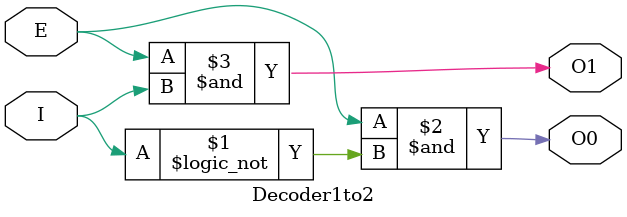
<source format=v>
module Decoder1to2(input I,input E,output O0,output O1);

assign O0 = E & !I;
assign O1 = E &  I;

endmodule
</source>
